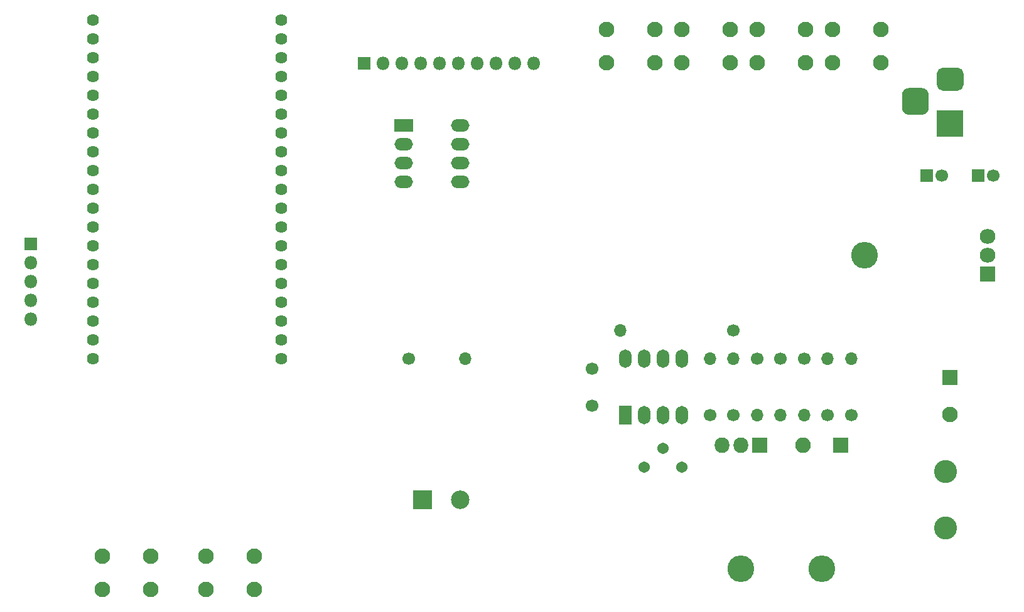
<source format=gbr>
%TF.GenerationSoftware,KiCad,Pcbnew,(5.1.6)-1*%
%TF.CreationDate,2020-11-21T12:12:01+09:00*%
%TF.ProjectId,nixieLogicV2,6e697869-654c-46f6-9769-6356322e6b69,rev?*%
%TF.SameCoordinates,Original*%
%TF.FileFunction,Soldermask,Bot*%
%TF.FilePolarity,Negative*%
%FSLAX46Y46*%
G04 Gerber Fmt 4.6, Leading zero omitted, Abs format (unit mm)*
G04 Created by KiCad (PCBNEW (5.1.6)-1) date 2020-11-21 12:12:01*
%MOMM*%
%LPD*%
G01*
G04 APERTURE LIST*
%ADD10O,2.500000X1.700000*%
%ADD11R,2.500000X1.700000*%
%ADD12O,2.005000X2.100000*%
%ADD13R,2.005000X2.100000*%
%ADD14O,3.600000X3.600000*%
%ADD15O,2.100000X2.100000*%
%ADD16R,2.100000X2.100000*%
%ADD17C,1.700000*%
%ADD18R,1.700000X1.700000*%
%ADD19C,2.100000*%
%ADD20R,2.500000X2.500000*%
%ADD21C,2.500000*%
%ADD22R,1.700000X2.500000*%
%ADD23O,1.700000X2.500000*%
%ADD24R,1.800000X1.800000*%
%ADD25O,1.800000X1.800000*%
%ADD26R,3.600000X3.600000*%
%ADD27C,3.100000*%
%ADD28O,1.700000X1.700000*%
%ADD29C,1.540000*%
%ADD30C,1.624000*%
%ADD31R,2.100000X2.005000*%
%ADD32O,2.100000X2.005000*%
G04 APERTURE END LIST*
D10*
%TO.C,U3*%
X143510000Y-71374000D03*
X135890000Y-78994000D03*
X143510000Y-73914000D03*
X135890000Y-76454000D03*
X143510000Y-76454000D03*
X135890000Y-73914000D03*
X143510000Y-78994000D03*
D11*
X135890000Y-71374000D03*
%TD*%
D12*
%TO.C,Q1*%
X178816000Y-114554000D03*
X181356000Y-114554000D03*
D13*
X183896000Y-114554000D03*
D14*
X181356000Y-131214000D03*
%TD*%
D15*
%TO.C,D2*%
X189738000Y-114554000D03*
D16*
X194818000Y-114554000D03*
D14*
X192278000Y-131214000D03*
%TD*%
D17*
%TO.C,C4*%
X161290000Y-109220000D03*
X161290000Y-104220000D03*
%TD*%
%TO.C,C5*%
X215360000Y-78105000D03*
D18*
X213360000Y-78105000D03*
%TD*%
%TO.C,C6*%
X206375000Y-78105000D03*
D17*
X208375000Y-78105000D03*
%TD*%
D16*
%TO.C,C8*%
X209550000Y-105410000D03*
D19*
X209550000Y-110410000D03*
%TD*%
D20*
%TO.C,C9*%
X138430000Y-121920000D03*
D21*
X143430000Y-121920000D03*
%TD*%
D22*
%TO.C,D1*%
X165735000Y-110490000D03*
D23*
X173355000Y-102870000D03*
X168275000Y-110490000D03*
X170815000Y-102870000D03*
X170815000Y-110490000D03*
X168275000Y-102870000D03*
X173355000Y-110490000D03*
X165735000Y-102870000D03*
%TD*%
D24*
%TO.C,J1*%
X85598000Y-87376000D03*
D25*
X85598000Y-89916000D03*
X85598000Y-92456000D03*
X85598000Y-94996000D03*
X85598000Y-97536000D03*
%TD*%
D24*
%TO.C,J2*%
X130556000Y-62992000D03*
D25*
X133096000Y-62992000D03*
X135636000Y-62992000D03*
X138176000Y-62992000D03*
X140716000Y-62992000D03*
X143256000Y-62992000D03*
X145796000Y-62992000D03*
X148336000Y-62992000D03*
X150876000Y-62992000D03*
X153416000Y-62992000D03*
%TD*%
D26*
%TO.C,J3*%
X209550000Y-71120000D03*
G36*
G01*
X208525000Y-63570000D02*
X210575000Y-63570000D01*
G75*
G02*
X211350000Y-64345000I0J-775000D01*
G01*
X211350000Y-65895000D01*
G75*
G02*
X210575000Y-66670000I-775000J0D01*
G01*
X208525000Y-66670000D01*
G75*
G02*
X207750000Y-65895000I0J775000D01*
G01*
X207750000Y-64345000D01*
G75*
G02*
X208525000Y-63570000I775000J0D01*
G01*
G37*
G36*
G01*
X203950000Y-66320000D02*
X205750000Y-66320000D01*
G75*
G02*
X206650000Y-67220000I0J-900000D01*
G01*
X206650000Y-69020000D01*
G75*
G02*
X205750000Y-69920000I-900000J0D01*
G01*
X203950000Y-69920000D01*
G75*
G02*
X203050000Y-69020000I0J900000D01*
G01*
X203050000Y-67220000D01*
G75*
G02*
X203950000Y-66320000I900000J0D01*
G01*
G37*
%TD*%
D27*
%TO.C,L2*%
X208915000Y-125730000D03*
X208915000Y-118110000D03*
%TD*%
D28*
%TO.C,R3*%
X180340000Y-102870000D03*
D17*
X180340000Y-110490000D03*
%TD*%
D28*
%TO.C,R4*%
X177165000Y-102870000D03*
D17*
X177165000Y-110490000D03*
%TD*%
D28*
%TO.C,R5*%
X183515000Y-110490000D03*
D17*
X183515000Y-102870000D03*
%TD*%
%TO.C,R6*%
X180340000Y-99060000D03*
D28*
X165100000Y-99060000D03*
%TD*%
D17*
%TO.C,R8*%
X186690000Y-102870000D03*
D28*
X186690000Y-110490000D03*
%TD*%
D17*
%TO.C,R9*%
X193040000Y-110490000D03*
D28*
X193040000Y-102870000D03*
%TD*%
D17*
%TO.C,R11*%
X189865000Y-102870000D03*
D28*
X189865000Y-110490000D03*
%TD*%
D17*
%TO.C,R12*%
X196215000Y-110490000D03*
D28*
X196215000Y-102870000D03*
%TD*%
%TO.C,R15*%
X144145000Y-102870000D03*
D17*
X136525000Y-102870000D03*
%TD*%
D29*
%TO.C,RV1*%
X168275000Y-117475000D03*
X170815000Y-114935000D03*
X173355000Y-117475000D03*
%TD*%
D19*
%TO.C,SW1*%
X101750000Y-129540000D03*
X101750000Y-134040000D03*
X95250000Y-129540000D03*
X95250000Y-134040000D03*
%TD*%
%TO.C,SW2*%
X109220000Y-134040000D03*
X109220000Y-129540000D03*
X115720000Y-134040000D03*
X115720000Y-129540000D03*
%TD*%
%TO.C,SW3*%
X169695000Y-58420000D03*
X169695000Y-62920000D03*
X163195000Y-58420000D03*
X163195000Y-62920000D03*
%TD*%
%TO.C,SW4*%
X173355000Y-62920000D03*
X173355000Y-58420000D03*
X179855000Y-62920000D03*
X179855000Y-58420000D03*
%TD*%
%TO.C,SW5*%
X190015000Y-58420000D03*
X190015000Y-62920000D03*
X183515000Y-58420000D03*
X183515000Y-62920000D03*
%TD*%
%TO.C,SW6*%
X193675000Y-62920000D03*
X193675000Y-58420000D03*
X200175000Y-62920000D03*
X200175000Y-58420000D03*
%TD*%
D30*
%TO.C,U1*%
X119380000Y-102870000D03*
X119380000Y-100330000D03*
X119380000Y-97790000D03*
X119380000Y-95250000D03*
X119380000Y-92710000D03*
X119380000Y-90170000D03*
X119380000Y-87630000D03*
X119380000Y-85090000D03*
X119380000Y-82550000D03*
X119380000Y-80010000D03*
X119380000Y-77470000D03*
X119380000Y-74930000D03*
X119380000Y-72390000D03*
X119380000Y-69850000D03*
X119380000Y-67310000D03*
X119380000Y-64770000D03*
X119380000Y-62230000D03*
X119380000Y-59690000D03*
X119380000Y-57150000D03*
X93980000Y-57150000D03*
X93980000Y-59690000D03*
X93980000Y-62230000D03*
X93980000Y-64770000D03*
X93980000Y-67310000D03*
X93980000Y-69850000D03*
X93980000Y-72390000D03*
X93980000Y-74930000D03*
X93980000Y-77470000D03*
X93980000Y-80010000D03*
X93980000Y-82550000D03*
X93980000Y-85090000D03*
X93980000Y-87630000D03*
X93980000Y-90170000D03*
X93980000Y-92710000D03*
X93980000Y-95250000D03*
X93980000Y-97790000D03*
X93980000Y-100330000D03*
X93980000Y-102870000D03*
%TD*%
D14*
%TO.C,U2*%
X197970000Y-88900000D03*
D31*
X214630000Y-91440000D03*
D32*
X214630000Y-88900000D03*
X214630000Y-86360000D03*
%TD*%
M02*

</source>
